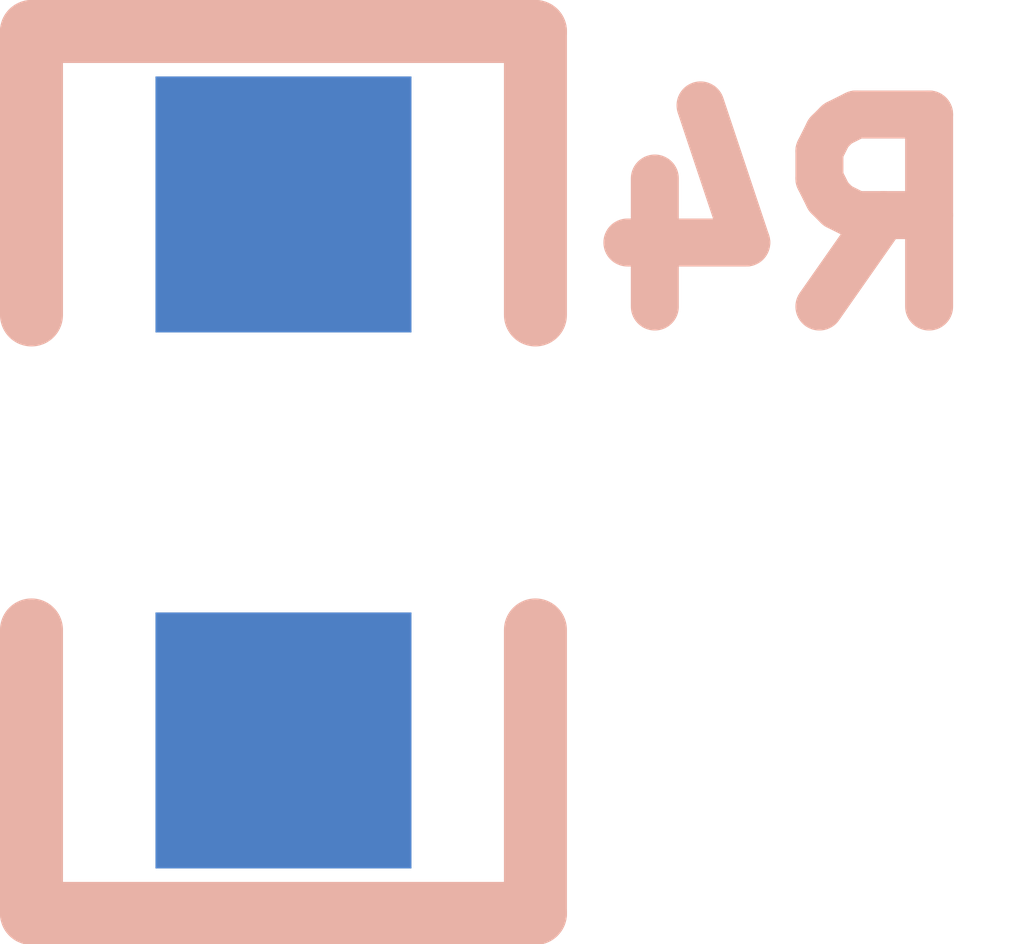
<source format=kicad_pcb>
(kicad_pcb (version 4) (host pcbnew 4.0.2-stable)

  (general
    (links 508)
    (no_connects 0)
    (area 59.924999 24.924999 125.075001 131.575001)
    (thickness 1.6)
    (drawings 156)
    (tracks 2057)
    (zones 0)
    (modules 244)
    (nets 165)
  )

  (page A4)
  (layers
    (0 F.Cu signal)
    (31 B.Cu signal)
    (32 B.Adhes user)
    (33 F.Adhes user)
    (34 B.Paste user)
    (35 F.Paste user)
    (36 B.SilkS user)
    (37 F.SilkS user)
    (38 B.Mask user)
    (39 F.Mask user)
    (40 Dwgs.User user)
    (41 Cmts.User user)
    (42 Eco1.User user hide)
    (43 Eco2.User user hide)
    (44 Edge.Cuts user)
    (45 Margin user)
    (46 B.CrtYd user)
    (47 F.CrtYd user)
    (48 B.Fab user)
    (49 F.Fab user)
  )

  (setup
    (last_trace_width 0.25)
    (user_trace_width 0.25)
    (user_trace_width 0.35)
    (user_trace_width 0.6)
    (user_trace_width 0.8)
    (trace_clearance 0.2)
    (zone_clearance 0.254)
    (zone_45_only yes)
    (trace_min 0.2)
    (segment_width 0.2)
    (edge_width 0.15)
    (via_size 0.85)
    (via_drill 0.45)
    (via_min_size 0.4)
    (via_min_drill 0.3)
    (uvia_size 0.3)
    (uvia_drill 0.1)
    (uvias_allowed no)
    (uvia_min_size 0.2)
    (uvia_min_drill 0.1)
    (pcb_text_width 0.3)
    (pcb_text_size 1.5 1.5)
    (mod_edge_width 0.15)
    (mod_text_size 1 1)
    (mod_text_width 0.15)
    (pad_size 1.524 1.524)
    (pad_drill 0.762)
    (pad_to_mask_clearance 0.01)
    (aux_axis_origin 0 0)
    (visible_elements 7FFFF77F)
    (pcbplotparams
      (layerselection 0x00010_00000000)
      (usegerberextensions true)
      (excludeedgelayer true)
      (linewidth 0.100000)
      (plotframeref false)
      (viasonmask false)
      (mode 1)
      (useauxorigin false)
      (hpglpennumber 1)
      (hpglpenspeed 20)
      (hpglpendiameter 15)
      (hpglpenoverlay 2)
      (psnegative false)
      (psa4output false)
      (plotreference true)
      (plotvalue false)
      (plotinvisibletext false)
      (padsonsilk false)
      (subtractmaskfromsilk true)
      (outputformat 1)
      (mirror false)
      (drillshape 0)
      (scaleselection 1)
      (outputdirectory Gerbers/))
  )

  (net 0 "")
  (net 1 GND)
  (net 2 "Net-(C3-Pad1)")
  (net 3 "Net-(C3-Pad2)")
  (net 4 +12V)
  (net 5 -12V)
  (net 6 "Net-(C10-Pad1)")
  (net 7 "Net-(C10-Pad2)")
  (net 8 "Net-(C15-Pad1)")
  (net 9 "Net-(C15-Pad2)")
  (net 10 "Net-(C18-Pad1)")
  (net 11 "Net-(C18-Pad2)")
  (net 12 "Net-(C21-Pad1)")
  (net 13 "Net-(C22-Pad1)")
  (net 14 "Net-(C22-Pad2)")
  (net 15 "Net-(C27-Pad1)")
  (net 16 "Net-(C27-Pad2)")
  (net 17 PINK_NOISE)
  (net 18 "Net-(C30-Pad2)")
  (net 19 WHITE_NOISE)
  (net 20 "Net-(C31-Pad2)")
  (net 21 "Net-(C32-Pad1)")
  (net 22 "Net-(C33-Pad1)")
  (net 23 "Net-(C33-Pad2)")
  (net 24 "Net-(C34-Pad1)")
  (net 25 "Net-(C34-Pad2)")
  (net 26 "Net-(C35-Pad1)")
  (net 27 "Net-(C35-Pad2)")
  (net 28 "Net-(C36-Pad1)")
  (net 29 "Net-(C36-Pad2)")
  (net 30 "Net-(C37-Pad1)")
  (net 31 "Net-(C37-Pad2)")
  (net 32 "Net-(C41-Pad1)")
  (net 33 "Net-(C42-Pad1)")
  (net 34 "Net-(C43-Pad1)")
  (net 35 "Net-(C44-Pad1)")
  (net 36 "Net-(D5-Pad1)")
  (net 37 "Net-(D7-Pad1)")
  (net 38 "Net-(D7-Pad2)")
  (net 39 "Net-(D8-Pad1)")
  (net 40 LFO_PULSE)
  (net 41 "Net-(D9-Pad2)")
  (net 42 "Net-(D10-Pad2)")
  (net 43 "Net-(D11-Pad2)")
  (net 44 "Net-(D12-Pad1)")
  (net 45 "Net-(D12-Pad2)")
  (net 46 "Net-(D13-Pad2)")
  (net 47 "Net-(D14-Pad2)")
  (net 48 "Net-(D15-Pad2)")
  (net 49 "Net-(D16-Pad2)")
  (net 50 "Net-(D17-Pad2)")
  (net 51 "Net-(D18-Pad2)")
  (net 52 "Net-(D19-Pad2)")
  (net 53 "Net-(D20-Pad2)")
  (net 54 "Net-(J1-Pad3)")
  (net 55 "Net-(J1-Pad2)")
  (net 56 "Net-(J3-Pad2)")
  (net 57 "Net-(J4-Pad2)")
  (net 58 "Net-(J5-Pad3)")
  (net 59 "Net-(J5-Pad2)")
  (net 60 "Net-(J8-Pad3)")
  (net 61 "Net-(J8-Pad2)")
  (net 62 "Net-(J9-Pad3)")
  (net 63 "Net-(J10-Pad3)")
  (net 64 "Net-(J10-Pad2)")
  (net 65 "Net-(J11-Pad2)")
  (net 66 "Net-(Q1-Pad3)")
  (net 67 "Net-(Q2-Pad2)")
  (net 68 "Net-(Q3-Pad1)")
  (net 69 "Net-(Q3-Pad3)")
  (net 70 "Net-(Q3-Pad6)")
  (net 71 "Net-(Q4-Pad1)")
  (net 72 "Net-(Q5-Pad1)")
  (net 73 "Net-(Q5-Pad2)")
  (net 74 "Net-(Q5-Pad3)")
  (net 75 "Net-(Q6-Pad3)")
  (net 76 "Net-(Q6-Pad6)")
  (net 77 "Net-(Q9-Pad1)")
  (net 78 "Net-(Q10-Pad3)")
  (net 79 "Net-(Q11-Pad1)")
  (net 80 "Net-(Q12-Pad3)")
  (net 81 "Net-(Q12-Pad2)")
  (net 82 "Net-(Q13-Pad1)")
  (net 83 "Net-(Q14-Pad2)")
  (net 84 "Net-(Q15-Pad2)")
  (net 85 "Net-(Q16-Pad2)")
  (net 86 "Net-(Q16-Pad1)")
  (net 87 "Net-(R4-Pad1)")
  (net 88 "Net-(R13-Pad1)")
  (net 89 "Net-(R9-Pad2)")
  (net 90 "Net-(R12-Pad1)")
  (net 91 "Net-(R13-Pad2)")
  (net 92 "Net-(R14-Pad1)")
  (net 93 "Net-(R14-Pad2)")
  (net 94 "Net-(R30-Pad2)")
  (net 95 "Net-(R34-Pad1)")
  (net 96 "Net-(R36-Pad2)")
  (net 97 "Net-(R42-Pad1)")
  (net 98 "Net-(R44-Pad1)")
  (net 99 "Net-(R45-Pad1)")
  (net 100 LFO)
  (net 101 "Net-(R47-Pad1)")
  (net 102 "Net-(R48-Pad2)")
  (net 103 "Net-(R49-Pad2)")
  (net 104 "Net-(R52-Pad1)")
  (net 105 "Net-(R55-Pad2)")
  (net 106 "Net-(R58-Pad1)")
  (net 107 "Net-(R59-Pad2)")
  (net 108 "Net-(R61-Pad2)")
  (net 109 "Net-(R64-Pad2)")
  (net 110 "Net-(R66-Pad2)")
  (net 111 "Net-(R67-Pad2)")
  (net 112 "Net-(R69-Pad2)")
  (net 113 "Net-(R70-Pad1)")
  (net 114 LFO_TRI)
  (net 115 LFO_SINE)
  (net 116 "Net-(R74-Pad2)")
  (net 117 "Net-(R75-Pad1)")
  (net 118 "Net-(R79-Pad2)")
  (net 119 LFO_RAMP)
  (net 120 "Net-(R85-Pad1)")
  (net 121 SAMPLE)
  (net 122 "Net-(R94-Pad1)")
  (net 123 "Net-(R96-Pad2)")
  (net 124 "Net-(R97-Pad2)")
  (net 125 "Net-(R102-Pad1)")
  (net 126 "Net-(R104-Pad1)")
  (net 127 "Net-(R104-Pad2)")
  (net 128 "Net-(R106-Pad2)")
  (net 129 "Net-(R107-Pad2)")
  (net 130 "Net-(R108-Pad1)")
  (net 131 "Net-(U1-Pad2)")
  (net 132 "Net-(U1-Pad15)")
  (net 133 "Net-(U6-Pad2)")
  (net 134 "Net-(U6-Pad4)")
  (net 135 "Net-(U6-Pad6)")
  (net 136 "Net-(U6-Pad8)")
  (net 137 "Net-(U6-Pad10)")
  (net 138 "Net-(U6-Pad12)")
  (net 139 "Net-(U13-Pad1)")
  (net 140 "Net-(U7-Pad13)")
  (net 141 "Net-(U7-Pad14)")
  (net 142 "Net-(U13-Pad16)")
  (net 143 "Net-(U14-Pad1)")
  (net 144 "Net-(U8-Pad13)")
  (net 145 "Net-(U8-Pad14)")
  (net 146 "Net-(U14-Pad16)")
  (net 147 "Net-(VR2-Pad1)")
  (net 148 "Net-(VR7-Pad1)")
  (net 149 S&H_INT_CLK)
  (net 150 "Net-(D22-Pad1)")
  (net 151 "Net-(J9-Pad2)")
  (net 152 "Net-(Q6-Pad5)")
  (net 153 "Net-(R1-Pad1)")
  (net 154 "Net-(R2-Pad1)")
  (net 155 "Net-(R89-Pad2)")
  (net 156 "Net-(R109-Pad2)")
  (net 157 "Net-(SW3-Pad3)")
  (net 158 "Net-(J11-Pad3)")
  (net 159 "Net-(R110-Pad2)")
  (net 160 +10V)
  (net 161 "Net-(C2-Pad1)")
  (net 162 "Net-(D24-Pad3)")
  (net 163 "Net-(F1-Pad1)")
  (net 164 "Net-(F2-Pad1)")

  (net_class Default "This is the default net class."
    (clearance 0.2)
    (trace_width 0.25)
    (via_dia 0.85)
    (via_drill 0.45)
    (uvia_dia 0.3)
    (uvia_drill 0.1)
    (add_net +10V)
    (add_net GND)
    (add_net "Net-(C10-Pad1)")
    (add_net "Net-(C10-Pad2)")
    (add_net "Net-(C15-Pad1)")
    (add_net "Net-(C15-Pad2)")
    (add_net "Net-(C18-Pad1)")
    (add_net "Net-(C18-Pad2)")
    (add_net "Net-(C2-Pad1)")
    (add_net "Net-(C21-Pad1)")
    (add_net "Net-(C22-Pad1)")
    (add_net "Net-(C22-Pad2)")
    (add_net "Net-(C27-Pad1)")
    (add_net "Net-(C27-Pad2)")
    (add_net "Net-(C3-Pad1)")
    (add_net "Net-(C3-Pad2)")
    (add_net "Net-(C30-Pad2)")
    (add_net "Net-(C31-Pad2)")
    (add_net "Net-(C32-Pad1)")
    (add_net "Net-(C33-Pad1)")
    (add_net "Net-(C33-Pad2)")
    (add_net "Net-(C34-Pad1)")
    (add_net "Net-(C34-Pad2)")
    (add_net "Net-(C35-Pad1)")
    (add_net "Net-(C35-Pad2)")
    (add_net "Net-(C36-Pad1)")
    (add_net "Net-(C36-Pad2)")
    (add_net "Net-(C37-Pad1)")
    (add_net "Net-(C37-Pad2)")
    (add_net "Net-(C41-Pad1)")
    (add_net "Net-(C42-Pad1)")
    (add_net "Net-(C43-Pad1)")
    (add_net "Net-(C44-Pad1)")
    (add_net "Net-(D10-Pad2)")
    (add_net "Net-(D11-Pad2)")
    (add_net "Net-(D12-Pad1)")
    (add_net "Net-(D12-Pad2)")
    (add_net "Net-(D13-Pad2)")
    (add_net "Net-(D14-Pad2)")
    (add_net "Net-(D15-Pad2)")
    (add_net "Net-(D16-Pad2)")
    (add_net "Net-(D17-Pad2)")
    (add_net "Net-(D18-Pad2)")
    (add_net "Net-(D19-Pad2)")
    (add_net "Net-(D20-Pad2)")
    (add_net "Net-(D22-Pad1)")
    (add_net "Net-(D24-Pad3)")
    (add_net "Net-(D5-Pad1)")
    (add_net "Net-(D7-Pad1)")
    (add_net "Net-(D7-Pad2)")
    (add_net "Net-(D8-Pad1)")
    (add_net "Net-(D9-Pad2)")
    (add_net "Net-(F1-Pad1)")
    (add_net "Net-(F2-Pad1)")
    (add_net "Net-(J1-Pad2)")
    (add_net "Net-(J1-Pad3)")
    (add_net "Net-(J10-Pad2)")
    (add_net "Net-(J10-Pad3)")
    (add_net "Net-(J11-Pad2)")
    (add_net "Net-(J11-Pad3)")
    (add_net "Net-(J3-Pad2)")
    (add_net "Net-(J4-Pad2)")
    (add_net "Net-(J5-Pad2)")
    (add_net "Net-(J5-Pad3)")
    (add_net "Net-(J8-Pad2)")
    (add_net "Net-(J8-Pad3)")
    (add_net "Net-(J9-Pad2)")
    (add_net "Net-(J9-Pad3)")
    (add_net "Net-(Q1-Pad3)")
    (add_net "Net-(Q10-Pad3)")
    (add_net "Net-(Q11-Pad1)")
    (add_net "Net-(Q12-Pad2)")
    (add_net "Net-(Q12-Pad3)")
    (add_net "Net-(Q13-Pad1)")
    (add_net "Net-(Q14-Pad2)")
    (add_net "Net-(Q15-Pad2)")
    (add_net "Net-(Q16-Pad1)")
    (add_net "Net-(Q16-Pad2)")
    (add_net "Net-(Q2-Pad2)")
    (add_net "Net-(Q3-Pad1)")
    (add_net "Net-(Q3-Pad3)")
    (add_net "Net-(Q3-Pad6)")
    (add_net "Net-(Q4-Pad1)")
    (add_net "Net-(Q5-Pad1)")
    (add_net "Net-(Q5-Pad2)")
    (add_net "Net-(Q5-Pad3)")
    (add_net "Net-(Q6-Pad3)")
    (add_net "Net-(Q6-Pad5)")
    (add_net "Net-(Q6-Pad6)")
    (add_net "Net-(Q9-Pad1)")
    (add_net "Net-(R1-Pad1)")
    (add_net "Net-(R102-Pad1)")
    (add_net "Net-(R104-Pad1)")
    (add_net "Net-(R104-Pad2)")
    (add_net "Net-(R106-Pad2)")
    (add_net "Net-(R107-Pad2)")
    (add_net "Net-(R108-Pad1)")
    (add_net "Net-(R109-Pad2)")
    (add_net "Net-(R110-Pad2)")
    (add_net "Net-(R12-Pad1)")
    (add_net "Net-(R13-Pad1)")
    (add_net "Net-(R13-Pad2)")
    (add_net "Net-(R14-Pad1)")
    (add_net "Net-(R14-Pad2)")
    (add_net "Net-(R2-Pad1)")
    (add_net "Net-(R30-Pad2)")
    (add_net "Net-(R34-Pad1)")
    (add_net "Net-(R36-Pad2)")
    (add_net "Net-(R4-Pad1)")
    (add_net "Net-(R42-Pad1)")
    (add_net "Net-(R44-Pad1)")
    (add_net "Net-(R45-Pad1)")
    (add_net "Net-(R47-Pad1)")
    (add_net "Net-(R48-Pad2)")
    (add_net "Net-(R49-Pad2)")
    (add_net "Net-(R52-Pad1)")
    (add_net "Net-(R55-Pad2)")
    (add_net "Net-(R58-Pad1)")
    (add_net "Net-(R59-Pad2)")
    (add_net "Net-(R61-Pad2)")
    (add_net "Net-(R64-Pad2)")
    (add_net "Net-(R66-Pad2)")
    (add_net "Net-(R67-Pad2)")
    (add_net "Net-(R69-Pad2)")
    (add_net "Net-(R70-Pad1)")
    (add_net "Net-(R74-Pad2)")
    (add_net "Net-(R75-Pad1)")
    (add_net "Net-(R79-Pad2)")
    (add_net "Net-(R85-Pad1)")
    (add_net "Net-(R89-Pad2)")
    (add_net "Net-(R9-Pad2)")
    (add_net "Net-(R94-Pad1)")
    (add_net "Net-(R96-Pad2)")
    (add_net "Net-(R97-Pad2)")
    (add_net "Net-(SW3-Pad3)")
    (add_net "Net-(U1-Pad15)")
    (add_net "Net-(U1-Pad2)")
    (add_net "Net-(U13-Pad1)")
    (add_net "Net-(U13-Pad16)")
    (add_net "Net-(U14-Pad1)")
    (add_net "Net-(U14-Pad16)")
    (add_net "Net-(U6-Pad10)")
    (add_net "Net-(U6-Pad12)")
    (add_net "Net-(U6-Pad2)")
    (add_net "Net-(U6-Pad4)")
    (add_net "Net-(U6-Pad6)")
    (add_net "Net-(U6-Pad8)")
    (add_net "Net-(U7-Pad13)")
    (add_net "Net-(U7-Pad14)")
    (add_net "Net-(U8-Pad13)")
    (add_net "Net-(U8-Pad14)")
    (add_net "Net-(VR2-Pad1)")
    (add_net "Net-(VR7-Pad1)")
    (add_net PINK_NOISE)
    (add_net S&H_INT_CLK)
    (add_net SAMPLE)
    (add_net WHITE_NOISE)
  )

  (net_class POWER ""
    (clearance 0.25)
    (trace_width 0.35)
    (via_dia 0.85)
    (via_drill 0.45)
    (uvia_dia 0.3)
    (uvia_drill 0.1)
    (add_net +12V)
    (add_net -12V)
  )

  (net_class SIGNAL ""
    (clearance 0.2)
    (trace_width 0.35)
    (via_dia 0.85)
    (via_drill 0.45)
    (uvia_dia 0.3)
    (uvia_drill 0.1)
    (add_net LFO)
    (add_net LFO_PULSE)
    (add_net LFO_RAMP)
    (add_net LFO_SINE)
    (add_net LFO_TRI)
  )

  (module MyModules:SM0603-R-JRL (layer B.Cu) (tedit 570E5C5F) (tstamp 56EBCCCA)
    (at 110.4 64.9509 270)
    (path /56F4ABDA)
    (attr smd)
    (fp_text reference R4 (at -0.8009 -1.6 360) (layer B.SilkS)
      (effects (font (size 0.6096 0.6096) (thickness 0.1524)) (justify mirror))
    )
    (fp_text value 180K (at 0 0 270) (layer B.SilkS) hide
      (effects (font (size 0.508 0.4572) (thickness 0.1143)) (justify mirror))
    )
    (fp_line (start -1.4 0.8) (end -0.5 0.8) (layer B.SilkS) (width 0.2))
    (fp_line (start 1.4 -0.8) (end 1.4 0.8) (layer B.SilkS) (width 0.2))
    (fp_line (start -1.4 0.8) (end -1.4 -0.8) (layer B.SilkS) (width 0.2))
    (fp_line (start -1.4 -0.8) (end -0.5 -0.8) (layer B.SilkS) (width 0.2))
    (fp_line (start 0.5 0.8) (end 1.4 0.8) (layer B.SilkS) (width 0.2))
    (fp_line (start 0.5 -0.8) (end 1.4 -0.8) (layer B.SilkS) (width 0.2))
    (pad 1 smd rect (at -0.8509 0 270) (size 0.8128 0.8128) (layers B.Cu B.Paste B.Mask)
      (net 87 "Net-(R4-Pad1)"))
    (pad 2 smd rect (at 0.8509 0 270) (size 0.8128 0.8128) (layers B.Cu B.Paste B.Mask)
      (net 88 "Net-(R13-Pad1)"))
    (model Resistors_SMD.3dshapes/R_0603.wrl
      (at (xyz 0 0 0.001))
      (scale (xyz 1 1 1))
      (rotate (xyz 0 0 0))
    )
  )
)
</source>
